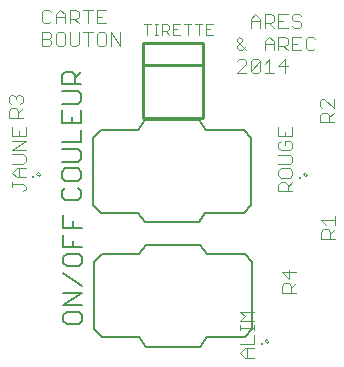
<source format=gto>
G75*
%MOIN*%
%OFA0B0*%
%FSLAX24Y24*%
%IPPOS*%
%LPD*%
%AMOC8*
5,1,8,0,0,1.08239X$1,22.5*
%
%ADD10C,0.0040*%
%ADD11C,0.0100*%
%ADD12C,0.0060*%
%ADD13C,0.0070*%
%ADD14C,0.0025*%
%ADD15C,0.0098*%
D10*
X001286Y011797D02*
X001363Y011874D01*
X001363Y011951D01*
X001286Y012028D01*
X000903Y012028D01*
X000903Y012104D02*
X000903Y011951D01*
X001056Y012258D02*
X000903Y012411D01*
X001056Y012565D01*
X001363Y012565D01*
X001286Y012718D02*
X001363Y012795D01*
X001363Y012948D01*
X001286Y013025D01*
X000903Y013025D01*
X000903Y013179D02*
X001363Y013486D01*
X000903Y013486D01*
X000903Y013639D02*
X001363Y013639D01*
X001363Y013946D01*
X001133Y013793D02*
X001133Y013639D01*
X000903Y013639D02*
X000903Y013946D01*
X000796Y014250D02*
X000796Y014480D01*
X000873Y014557D01*
X001026Y014557D01*
X001103Y014480D01*
X001103Y014250D01*
X001257Y014250D02*
X000796Y014250D01*
X001103Y014404D02*
X001257Y014557D01*
X001180Y014711D02*
X001257Y014787D01*
X001257Y014941D01*
X001180Y015018D01*
X001103Y015018D01*
X001026Y014941D01*
X001026Y014864D01*
X001026Y014941D02*
X000950Y015018D01*
X000873Y015018D01*
X000796Y014941D01*
X000796Y014787D01*
X000873Y014711D01*
X000903Y013179D02*
X001363Y013179D01*
X001286Y012718D02*
X000903Y012718D01*
X001133Y012565D02*
X001133Y012258D01*
X001056Y012258D02*
X001363Y012258D01*
X001901Y016640D02*
X002131Y016640D01*
X002208Y016717D01*
X002208Y016793D01*
X002131Y016870D01*
X001901Y016870D01*
X001901Y016640D02*
X001901Y017100D01*
X002131Y017100D01*
X002208Y017024D01*
X002208Y016947D01*
X002131Y016870D01*
X002361Y016717D02*
X002438Y016640D01*
X002591Y016640D01*
X002668Y016717D01*
X002668Y017024D01*
X002591Y017100D01*
X002438Y017100D01*
X002361Y017024D01*
X002361Y016717D01*
X002821Y016717D02*
X002898Y016640D01*
X003052Y016640D01*
X003128Y016717D01*
X003128Y017100D01*
X003282Y017100D02*
X003589Y017100D01*
X003435Y017100D02*
X003435Y016640D01*
X003742Y016717D02*
X003742Y017024D01*
X003819Y017100D01*
X003972Y017100D01*
X004049Y017024D01*
X004049Y016717D01*
X003972Y016640D01*
X003819Y016640D01*
X003742Y016717D01*
X004203Y016640D02*
X004203Y017100D01*
X004510Y016640D01*
X004510Y017100D01*
X004049Y017390D02*
X003742Y017390D01*
X003742Y017850D01*
X004049Y017850D01*
X003896Y017620D02*
X003742Y017620D01*
X003589Y017850D02*
X003282Y017850D01*
X003128Y017774D02*
X003128Y017620D01*
X003052Y017543D01*
X002821Y017543D01*
X002821Y017390D02*
X002821Y017850D01*
X003052Y017850D01*
X003128Y017774D01*
X002975Y017543D02*
X003128Y017390D01*
X002821Y017100D02*
X002821Y016717D01*
X002668Y017390D02*
X002668Y017697D01*
X002514Y017850D01*
X002361Y017697D01*
X002361Y017390D01*
X002208Y017467D02*
X002131Y017390D01*
X001977Y017390D01*
X001901Y017467D01*
X001901Y017774D01*
X001977Y017850D01*
X002131Y017850D01*
X002208Y017774D01*
X002361Y017620D02*
X002668Y017620D01*
X003435Y017390D02*
X003435Y017850D01*
X005289Y017378D02*
X005529Y017378D01*
X005409Y017378D02*
X005409Y017018D01*
X005657Y017018D02*
X005777Y017018D01*
X005717Y017018D02*
X005717Y017378D01*
X005657Y017378D02*
X005777Y017378D01*
X005903Y017378D02*
X006083Y017378D01*
X006143Y017318D01*
X006143Y017198D01*
X006083Y017138D01*
X005903Y017138D01*
X006023Y017138D02*
X006143Y017018D01*
X006271Y017018D02*
X006511Y017018D01*
X006391Y017198D02*
X006271Y017198D01*
X006271Y017378D02*
X006271Y017018D01*
X006271Y017378D02*
X006511Y017378D01*
X006639Y017378D02*
X006880Y017378D01*
X006759Y017378D02*
X006759Y017018D01*
X007008Y017378D02*
X007248Y017378D01*
X007128Y017378D02*
X007128Y017018D01*
X007376Y017018D02*
X007376Y017378D01*
X007616Y017378D01*
X007496Y017198D02*
X007376Y017198D01*
X007376Y017018D02*
X007616Y017018D01*
X008401Y016874D02*
X008401Y016797D01*
X008708Y016490D01*
X008708Y016643D02*
X008554Y016490D01*
X008477Y016490D01*
X008401Y016567D01*
X008401Y016643D01*
X008554Y016797D01*
X008554Y016874D01*
X008477Y016950D01*
X008401Y016874D01*
X008861Y017240D02*
X008861Y017547D01*
X009014Y017700D01*
X009168Y017547D01*
X009168Y017240D01*
X009321Y017240D02*
X009321Y017700D01*
X009552Y017700D01*
X009628Y017624D01*
X009628Y017470D01*
X009552Y017393D01*
X009321Y017393D01*
X009475Y017393D02*
X009628Y017240D01*
X009782Y017240D02*
X010089Y017240D01*
X010242Y017317D02*
X010319Y017240D01*
X010472Y017240D01*
X010549Y017317D01*
X010549Y017393D01*
X010472Y017470D01*
X010319Y017470D01*
X010242Y017547D01*
X010242Y017624D01*
X010319Y017700D01*
X010472Y017700D01*
X010549Y017624D01*
X010089Y017700D02*
X009782Y017700D01*
X009782Y017240D01*
X009782Y017470D02*
X009935Y017470D01*
X010012Y016950D02*
X009782Y016950D01*
X009782Y016490D01*
X009782Y016643D02*
X010012Y016643D01*
X010089Y016720D01*
X010089Y016874D01*
X010012Y016950D01*
X009935Y016643D02*
X010089Y016490D01*
X010242Y016490D02*
X010549Y016490D01*
X010396Y016720D02*
X010242Y016720D01*
X010242Y016950D02*
X010242Y016490D01*
X010012Y016200D02*
X009782Y015970D01*
X010089Y015970D01*
X010012Y015740D02*
X010012Y016200D01*
X009628Y016490D02*
X009628Y016797D01*
X009475Y016950D01*
X009321Y016797D01*
X009321Y016490D01*
X009321Y016720D02*
X009628Y016720D01*
X009475Y016200D02*
X009321Y016047D01*
X009168Y016124D02*
X008861Y015817D01*
X008938Y015740D01*
X009091Y015740D01*
X009168Y015817D01*
X009168Y016124D01*
X009091Y016200D01*
X008938Y016200D01*
X008861Y016124D01*
X008861Y015817D01*
X008708Y015740D02*
X008401Y015740D01*
X008708Y016047D01*
X008708Y016124D01*
X008631Y016200D01*
X008477Y016200D01*
X008401Y016124D01*
X009321Y015740D02*
X009628Y015740D01*
X009475Y015740D02*
X009475Y016200D01*
X010242Y016950D02*
X010549Y016950D01*
X010703Y016874D02*
X010703Y016567D01*
X010779Y016490D01*
X010933Y016490D01*
X011010Y016567D01*
X011010Y016874D02*
X010933Y016950D01*
X010779Y016950D01*
X010703Y016874D01*
X011239Y014876D02*
X011162Y014800D01*
X011162Y014646D01*
X011239Y014569D01*
X011239Y014416D02*
X011393Y014416D01*
X011469Y014339D01*
X011469Y014109D01*
X011469Y014262D02*
X011623Y014416D01*
X011623Y014569D02*
X011316Y014876D01*
X011239Y014876D01*
X011239Y014416D02*
X011162Y014339D01*
X011162Y014109D01*
X011623Y014109D01*
X011623Y014569D02*
X011623Y014876D01*
X010241Y013938D02*
X010241Y013631D01*
X009781Y013631D01*
X009781Y013938D01*
X010011Y013785D02*
X010011Y013631D01*
X010011Y013478D02*
X010011Y013324D01*
X010011Y013478D02*
X010164Y013478D01*
X010241Y013401D01*
X010241Y013248D01*
X010164Y013171D01*
X009857Y013171D01*
X009781Y013248D01*
X009781Y013401D01*
X009857Y013478D01*
X009781Y013017D02*
X010164Y013017D01*
X010241Y012941D01*
X010241Y012787D01*
X010164Y012710D01*
X009781Y012710D01*
X009857Y012557D02*
X009781Y012480D01*
X009781Y012327D01*
X009857Y012250D01*
X010164Y012250D01*
X010241Y012327D01*
X010241Y012480D01*
X010164Y012557D01*
X009857Y012557D01*
X009857Y012097D02*
X009781Y012020D01*
X009781Y011790D01*
X010241Y011790D01*
X010087Y011790D02*
X010087Y012020D01*
X010011Y012097D01*
X009857Y012097D01*
X010087Y011943D02*
X010241Y012097D01*
X011210Y010830D02*
X011670Y010830D01*
X011670Y010983D02*
X011670Y010676D01*
X011670Y010523D02*
X011517Y010369D01*
X011517Y010446D02*
X011440Y010523D01*
X011286Y010523D01*
X011210Y010446D01*
X011210Y010216D01*
X011670Y010216D01*
X011517Y010216D02*
X011517Y010446D01*
X011363Y010676D02*
X011210Y010830D01*
X010130Y009187D02*
X010130Y008880D01*
X009900Y009110D01*
X010361Y009110D01*
X010361Y008726D02*
X010207Y008573D01*
X010207Y008649D02*
X010207Y008419D01*
X010361Y008419D02*
X009900Y008419D01*
X009900Y008649D01*
X009977Y008726D01*
X010130Y008726D01*
X010207Y008649D01*
X008967Y007784D02*
X008507Y007784D01*
X008660Y007631D01*
X008507Y007477D01*
X008967Y007477D01*
X008967Y007324D02*
X008967Y007170D01*
X008967Y007247D02*
X008507Y007247D01*
X008507Y007170D02*
X008507Y007324D01*
X008967Y007017D02*
X008967Y006710D01*
X008507Y006710D01*
X008660Y006556D02*
X008507Y006403D01*
X008660Y006249D01*
X008967Y006249D01*
X008737Y006249D02*
X008737Y006556D01*
X008660Y006556D02*
X008967Y006556D01*
X005903Y017018D02*
X005903Y017378D01*
X008861Y017470D02*
X009168Y017470D01*
D11*
X007269Y016748D02*
X007269Y015998D01*
X005269Y015998D01*
X005269Y016748D01*
X007269Y016748D01*
X007269Y015998D02*
X007269Y014248D01*
X005269Y014248D01*
X005269Y015998D01*
D12*
X005151Y006940D02*
X003901Y006940D01*
X003651Y007190D01*
X003651Y009450D01*
X003901Y009700D01*
X005151Y009700D01*
X005381Y010020D01*
X007181Y010020D01*
X007411Y009700D01*
X008661Y009700D01*
X008911Y009450D01*
X008911Y007190D01*
X008661Y006940D01*
X007391Y006940D01*
X007181Y006620D01*
X005381Y006620D01*
X005151Y006940D01*
X005341Y010755D02*
X005111Y011075D01*
X003861Y011075D01*
X003611Y011325D01*
X003611Y013585D01*
X003861Y013835D01*
X005111Y013835D01*
X005341Y014155D01*
X007141Y014155D01*
X007371Y013835D01*
X008621Y013835D01*
X008871Y013585D01*
X008871Y011325D01*
X008621Y011075D01*
X007351Y011075D01*
X007141Y010755D01*
X005341Y010755D01*
D13*
X003246Y010578D02*
X002615Y010578D01*
X002615Y010998D01*
X002930Y010788D02*
X002930Y010578D01*
X002930Y010143D02*
X002930Y009933D01*
X003141Y009709D02*
X002720Y009709D01*
X002615Y009604D01*
X002615Y009394D01*
X002720Y009289D01*
X003141Y009289D01*
X003246Y009394D01*
X003246Y009604D01*
X003141Y009709D01*
X003246Y009933D02*
X002615Y009933D01*
X002615Y010354D01*
X002681Y011490D02*
X003101Y011490D01*
X003206Y011595D01*
X003206Y011805D01*
X003101Y011910D01*
X003101Y012134D02*
X003206Y012239D01*
X003206Y012449D01*
X003101Y012555D01*
X002681Y012555D01*
X002576Y012449D01*
X002576Y012239D01*
X002681Y012134D01*
X003101Y012134D01*
X002681Y011910D02*
X002576Y011805D01*
X002576Y011595D01*
X002681Y011490D01*
X002576Y012779D02*
X003101Y012779D01*
X003206Y012884D01*
X003206Y013094D01*
X003101Y013199D01*
X002576Y013199D01*
X002576Y013423D02*
X003206Y013423D01*
X003206Y013844D01*
X003206Y014068D02*
X003206Y014488D01*
X003101Y014712D02*
X003206Y014817D01*
X003206Y015028D01*
X003101Y015133D01*
X002576Y015133D01*
X002576Y015357D02*
X002576Y015672D01*
X002681Y015777D01*
X002891Y015777D01*
X002996Y015672D01*
X002996Y015357D01*
X002996Y015567D02*
X003206Y015777D01*
X003206Y015357D02*
X002576Y015357D01*
X002576Y014712D02*
X003101Y014712D01*
X002891Y014278D02*
X002891Y014068D01*
X002576Y014068D02*
X003206Y014068D01*
X002576Y014068D02*
X002576Y014488D01*
X002615Y009064D02*
X003246Y008644D01*
X003246Y008420D02*
X002615Y008420D01*
X002615Y008000D02*
X003246Y008420D01*
X003246Y008000D02*
X002615Y008000D01*
X002720Y007775D02*
X002615Y007670D01*
X002615Y007460D01*
X002720Y007355D01*
X003141Y007355D01*
X003246Y007460D01*
X003246Y007670D01*
X003141Y007775D01*
X002720Y007775D01*
D14*
X001787Y012299D02*
X001846Y012358D01*
X001777Y012427D01*
X001718Y012368D01*
X001787Y012299D01*
X009322Y006820D02*
X009381Y006879D01*
X009450Y006810D01*
X009390Y006751D01*
X009322Y006820D01*
X010664Y012291D02*
X010724Y012350D01*
X010655Y012419D01*
X010596Y012360D01*
X010664Y012291D01*
D15*
X010497Y012252D03*
X009223Y006712D03*
X001619Y012260D03*
M02*

</source>
